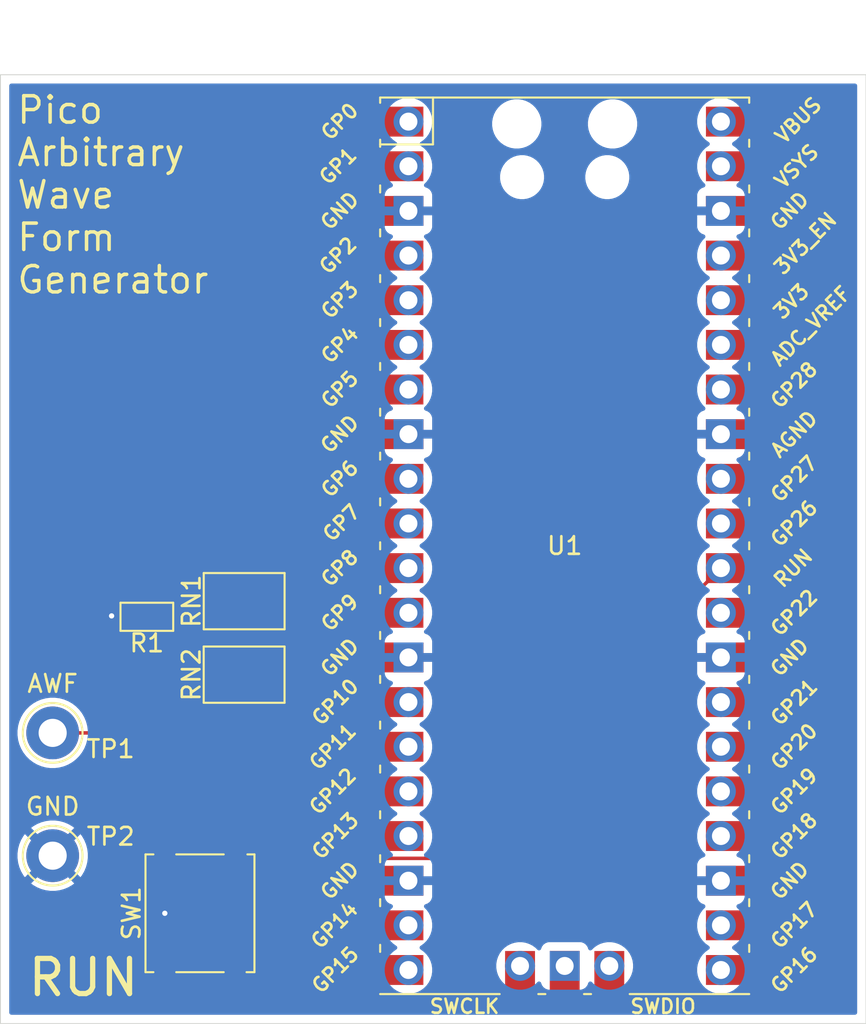
<source format=kicad_pcb>
(kicad_pcb (version 20241229) (generator "pcbnew") (generator_version "9.0")
  (layers (0 "F.Cu" signal) (2 "B.Cu" signal) (13 "F.Paste" user) (15 "B.Paste" user) (5 "F.SilkS" user "F.Silkscreen") (7 "B.SilkS" user "B.Silkscreen") (1 "F.Mask" user) (3 "B.Mask" user) (25 "Edge.Cuts" user))
  (net 0 "")
  (net 8 "GND")
  (net 16 "Net-(U1-RUN)")
  (net 29 "Net-(RN1A-R1.2)")
  (net 30 "Net-(RN1D-R4.2)")
  (net 31 "Net-(RN1C-R3.2)")
  (net 32 "Net-(RN1B-R2.2)")
  (net 33 "Net-(RN1G-R7.2)")
  (net 34 "Net-(RN1F-R6.2)")
  (net 35 "Net-(RN1H-R8.2)")
  (net 36 "Net-(RN1E-R5.2)")
  (net 37 "Net-(RN1A-R1.1)")
  (net 38 "Net-(RN1B-R2.1)")
  (net 41 "Net-(RN1D-R4.1)")
  (net 42 "Net-(RN1G-R7.1)")
  (net 43 "Net-(RN1H-R8.1)")
  (net 44 "Net-(RN1C-R3.1)")
  (net 45 "Net-(RN1E-R5.1)")
  (net 46 "Net-(RN1F-R6.1)")
  (footprint "TestPoint:TestPoint_Loop_D2.60mm_Drill1.6mm_Beaded" (layer "F.Cu") (at 80.1624 95.123)
    (property "Reference" "TP2" (at 3.302 -1.0922 0) (layer "F.SilkS"))
    (property "Value" "GND" (at 0 -2.8 0) (layer "F.SilkS"))
    (fp_circle (center 0 0) (end 1.7 0) (stroke (width 0.12)) (fill no) (layer "F.SilkS"))
    (pad "1" thru_hole circle (at 0 0) (size 3 3) (drill 1.6) (layers "*.Cu" "*.Mask") (net 8 "GND"))
  )
  (footprint "TestPoint:TestPoint_Loop_D2.60mm_Drill1.6mm_Beaded" (layer "F.Cu") (at 80.1624 88.138)
    (property "Reference" "TP1" (at 3.302 0.9144 0) (layer "F.SilkS"))
    (property "Value" "AWF" (at 0 -2.8 0) (layer "F.SilkS"))
    (fp_circle (center 0 0) (end 1.7 0) (stroke (width 0.12)) (fill no) (layer "F.SilkS"))
    (pad "1" thru_hole circle (at 0 0) (size 3 3) (drill 1.6) (layers "*.Cu" "*.Mask") (net 43 "Net-(RN1H-R8.1)"))
  )
  (footprint "PCM_Resistor_SMD_AKL:R_Array_Convex_8x0602" (layer "F.Cu") (at 91.0564 84.825 90)
    (property "Reference" "RN2" (at 0 -3 90) (layer "F.SilkS"))
    (property "Value" "1K x 8" (hide yes))
    (fp_line (start 1.6 -2.3) (end -1.6 -2.3) (stroke (width 0.12)) (layer "F.SilkS"))
    (fp_line (start -1.6 -2.3) (end -1.6 2.3) (stroke (width 0.12)) (layer "F.SilkS"))
    (fp_line (start 1.6 2.3) (end 1.6 -2.3) (stroke (width 0.12)) (layer "F.SilkS"))
    (fp_line (start -1.6 2.3) (end 1.6 2.3) (stroke (width 0.12)) (layer "F.SilkS"))
    (pad "1" smd roundrect (at -0.9 -1.75 90) (size 0.8 0.3) (layers "F.Cu" "F.Mask" "F.Paste") (net 38 "Net-(RN1B-R2.1)"))
    (pad "2" smd roundrect (at -0.9 -1.25 90) (size 0.8 0.3) (layers "F.Cu" "F.Mask" "F.Paste") (net 44 "Net-(RN1C-R3.1)"))
    (pad "3" smd roundrect (at -0.9 -0.75 90) (size 0.8 0.3) (layers "F.Cu" "F.Mask" "F.Paste") (net 41 "Net-(RN1D-R4.1)"))
    (pad "4" smd roundrect (at -0.9 -0.25 90) (size 0.8 0.3) (layers "F.Cu" "F.Mask" "F.Paste") (net 45 "Net-(RN1E-R5.1)"))
    (pad "5" smd roundrect (at -0.9 0.25 90) (size 0.8 0.3) (layers "F.Cu" "F.Mask" "F.Paste") (net 46 "Net-(RN1F-R6.1)"))
    (pad "6" smd roundrect (at -0.9 0.75 90) (size 0.8 0.3) (layers "F.Cu" "F.Mask" "F.Paste") (net 42 "Net-(RN1G-R7.1)"))
    (pad "7" smd roundrect (at -0.9 1.25 90) (size 0.8 0.3) (layers "F.Cu" "F.Mask" "F.Paste") (net 43 "Net-(RN1H-R8.1)"))
    (pad "8" smd roundrect (at -0.9 1.75 90) (size 0.8 0.3) (layers "F.Cu" "F.Mask" "F.Paste"))
    (pad "9" smd roundrect (at 0.9 1.75 90) (size 0.8 0.3) (layers "F.Cu" "F.Mask" "F.Paste"))
    (pad "10" smd roundrect (at 0.9 1.25 90) (size 0.8 0.3) (layers "F.Cu" "F.Mask" "F.Paste") (net 42 "Net-(RN1G-R7.1)"))
    (pad "11" smd roundrect (at 0.9 0.75 90) (size 0.8 0.3) (layers "F.Cu" "F.Mask" "F.Paste") (net 46 "Net-(RN1F-R6.1)"))
    (pad "12" smd roundrect (at 0.9 0.25 90) (size 0.8 0.3) (layers "F.Cu" "F.Mask" "F.Paste") (net 45 "Net-(RN1E-R5.1)"))
    (pad "13" smd roundrect (at 0.9 -0.25 90) (size 0.8 0.3) (layers "F.Cu" "F.Mask" "F.Paste") (net 41 "Net-(RN1D-R4.1)"))
    (pad "14" smd roundrect (at 0.9 -0.75 90) (size 0.8 0.3) (layers "F.Cu" "F.Mask" "F.Paste") (net 44 "Net-(RN1C-R3.1)"))
    (pad "15" smd roundrect (at 0.9 -1.25 90) (size 0.8 0.3) (layers "F.Cu" "F.Mask" "F.Paste") (net 38 "Net-(RN1B-R2.1)"))
    (pad "16" smd roundrect (at 0.9 -1.75 90) (size 0.8 0.3) (layers "F.Cu" "F.Mask" "F.Paste") (net 37 "Net-(RN1A-R1.1)"))
  )
  (footprint "PCM_Resistor_SMD_AKL:R_Array_Convex_8x0602" (layer "F.Cu") (at 91.059 80.645 90)
    (property "Reference" "RN1" (at 0 -3 90) (layer "F.SilkS"))
    (property "Value" "2K x 8" (hide yes))
    (fp_line (start 1.6 -2.3) (end -1.6 -2.3) (stroke (width 0.12)) (layer "F.SilkS"))
    (fp_line (start -1.6 -2.3) (end -1.6 2.3) (stroke (width 0.12)) (layer "F.SilkS"))
    (fp_line (start 1.6 2.3) (end 1.6 -2.3) (stroke (width 0.12)) (layer "F.SilkS"))
    (fp_line (start -1.6 2.3) (end 1.6 2.3) (stroke (width 0.12)) (layer "F.SilkS"))
    (pad "1" smd roundrect (at -0.9 -1.75 90) (size 0.8 0.3) (layers "F.Cu" "F.Mask" "F.Paste") (net 37 "Net-(RN1A-R1.1)"))
    (pad "2" smd roundrect (at -0.9 -1.25 90) (size 0.8 0.3) (layers "F.Cu" "F.Mask" "F.Paste") (net 38 "Net-(RN1B-R2.1)"))
    (pad "3" smd roundrect (at -0.9 -0.75 90) (size 0.8 0.3) (layers "F.Cu" "F.Mask" "F.Paste") (net 44 "Net-(RN1C-R3.1)"))
    (pad "4" smd roundrect (at -0.9 -0.25 90) (size 0.8 0.3) (layers "F.Cu" "F.Mask" "F.Paste") (net 41 "Net-(RN1D-R4.1)"))
    (pad "5" smd roundrect (at -0.9 0.25 90) (size 0.8 0.3) (layers "F.Cu" "F.Mask" "F.Paste") (net 45 "Net-(RN1E-R5.1)"))
    (pad "6" smd roundrect (at -0.9 0.75 90) (size 0.8 0.3) (layers "F.Cu" "F.Mask" "F.Paste") (net 46 "Net-(RN1F-R6.1)"))
    (pad "7" smd roundrect (at -0.9 1.25 90) (size 0.8 0.3) (layers "F.Cu" "F.Mask" "F.Paste") (net 42 "Net-(RN1G-R7.1)"))
    (pad "8" smd roundrect (at -0.9 1.75 90) (size 0.8 0.3) (layers "F.Cu" "F.Mask" "F.Paste") (net 43 "Net-(RN1H-R8.1)"))
    (pad "9" smd roundrect (at 0.9 1.75 90) (size 0.8 0.3) (layers "F.Cu" "F.Mask" "F.Paste") (net 35 "Net-(RN1H-R8.2)"))
    (pad "10" smd roundrect (at 0.9 1.25 90) (size 0.8 0.3) (layers "F.Cu" "F.Mask" "F.Paste") (net 33 "Net-(RN1G-R7.2)"))
    (pad "11" smd roundrect (at 0.9 0.75 90) (size 0.8 0.3) (layers "F.Cu" "F.Mask" "F.Paste") (net 34 "Net-(RN1F-R6.2)"))
    (pad "12" smd roundrect (at 0.9 0.25 90) (size 0.8 0.3) (layers "F.Cu" "F.Mask" "F.Paste") (net 36 "Net-(RN1E-R5.2)"))
    (pad "13" smd roundrect (at 0.9 -0.25 90) (size 0.8 0.3) (layers "F.Cu" "F.Mask" "F.Paste") (net 30 "Net-(RN1D-R4.2)"))
    (pad "14" smd roundrect (at 0.9 -0.75 90) (size 0.8 0.3) (layers "F.Cu" "F.Mask" "F.Paste") (net 31 "Net-(RN1C-R3.2)"))
    (pad "15" smd roundrect (at 0.9 -1.25 90) (size 0.8 0.3) (layers "F.Cu" "F.Mask" "F.Paste") (net 32 "Net-(RN1B-R2.2)"))
    (pad "16" smd roundrect (at 0.9 -1.75 90) (size 0.8 0.3) (layers "F.Cu" "F.Mask" "F.Paste") (net 29 "Net-(RN1A-R1.2)"))
  )
  (footprint "PCM_Resistor_SMD_AKL:R_0603_1608Metric" (layer "F.Cu") (at 85.5218 81.534 180)
    (property "Reference" "R1" (at 0 -1.5 0) (layer "F.SilkS"))
    (property "Value" "2K" (hide yes))
    (fp_line (start 1.5 0.8) (end 1.5 -0.8) (stroke (width 0.12)) (layer "F.SilkS"))
    (fp_line (start 1.5 -0.8) (end -1.5 -0.8) (stroke (width 0.12)) (layer "F.SilkS"))
    (fp_line (start -1.5 0.8) (end 1.5 0.8) (stroke (width 0.12)) (layer "F.SilkS"))
    (fp_line (start -1.5 -0.8) (end -1.5 0.8) (stroke (width 0.12)) (layer "F.SilkS"))
    (pad "1" smd roundrect (at -0.825 0 180) (size 0.8 0.95) (layers "F.Cu" "F.Mask" "F.Paste") (net 37 "Net-(RN1A-R1.1)"))
    (pad "2" smd roundrect (at 0.825 0 180) (size 0.8 0.95) (layers "F.Cu" "F.Mask" "F.Paste") (net 8 "GND"))
  )
  (footprint "Button_Switch_SMD:SW_SPST_EVQP0" (layer "F.Cu") (at 88.5444 98.3996 90)
    (property "Reference" "SW1" (at 0 -3.9 90) (layer "F.SilkS"))
    (property "Value" "RUN" (at -3.6576 -6.6294 180) (layer "F.SilkS") (effects (font (size 2 2) (thickness 0.3))))
    (fp_line (start 3.35 -3.1) (end 3.35 -2.65) (stroke (width 0.12)) (layer "F.SilkS"))
    (fp_line (start -3.35 -3.1) (end 3.35 -3.1) (stroke (width 0.12)) (layer "F.SilkS"))
    (fp_line (start -3.35 -2.65) (end -3.35 -3.1) (stroke (width 0.12)) (layer "F.SilkS"))
    (fp_line (start 3.35 -1.35) (end 3.35 1.35) (stroke (width 0.12)) (layer "F.SilkS"))
    (fp_line (start -3.35 1.35) (end -3.35 -1.35) (stroke (width 0.12)) (layer "F.SilkS"))
    (fp_line (start -3.35 2.65) (end -3.35 3.1) (stroke (width 0.12)) (layer "F.SilkS"))
    (fp_line (start 3.35 3.1) (end 3.35 2.7) (stroke (width 0.12)) (layer "F.SilkS"))
    (fp_line (start -3.35 3.1) (end 3.35 3.1) (stroke (width 0.12)) (layer "F.SilkS"))
    (pad "1" smd rect (at -2.88 -2 90) (size 2.75 1) (layers "F.Cu" "F.Mask" "F.Paste") (net 8 "GND"))
    (pad "1" smd rect (at 2.88 -2 90) (size 2.75 1) (layers "F.Cu" "F.Mask" "F.Paste") (net 8 "GND"))
    (pad "2" smd rect (at -2.88 2 90) (size 2.75 1) (layers "F.Cu" "F.Mask" "F.Paste") (net 16 "Net-(U1-RUN)"))
    (pad "2" smd rect (at 2.88 2 90) (size 2.75 1) (layers "F.Cu" "F.Mask" "F.Paste") (net 16 "Net-(U1-RUN)"))
  )
  (footprint "Library:RPi_Pico_SMD_TH" (layer "F.Cu") (at 109.2962 77.4954)
    (property "Reference" "U1" (at 0 0 0) (layer "F.SilkS"))
    (property "Value" "~")
    (fp_line (start -10.5 -25.5) (end -10.5 -25.2) (stroke (width 0.12)) (layer "F.SilkS"))
    (fp_line (start -10.5 -25.5) (end 10.5 -25.5) (stroke (width 0.12)) (layer "F.SilkS"))
    (fp_line (start -10.5 -23.1) (end -10.5 -22.7) (stroke (width 0.12)) (layer "F.SilkS"))
    (fp_line (start -10.5 -22.833) (end -7.493 -22.833) (stroke (width 0.12)) (layer "F.SilkS"))
    (fp_line (start -10.5 -20.5) (end -10.5 -20.1) (stroke (width 0.12)) (layer "F.SilkS"))
    (fp_line (start -10.5 -18) (end -10.5 -17.6) (stroke (width 0.12)) (layer "F.SilkS"))
    (fp_line (start -10.5 -15.4) (end -10.5 -15) (stroke (width 0.12)) (layer "F.SilkS"))
    (fp_line (start -10.5 -12.9) (end -10.5 -12.5) (stroke (width 0.12)) (layer "F.SilkS"))
    (fp_line (start -10.5 -10.4) (end -10.5 -10) (stroke (width 0.12)) (layer "F.SilkS"))
    (fp_line (start -10.5 -7.8) (end -10.5 -7.4) (stroke (width 0.12)) (layer "F.SilkS"))
    (fp_line (start -10.5 -5.3) (end -10.5 -4.9) (stroke (width 0.12)) (layer "F.SilkS"))
    (fp_line (start -10.5 -2.7) (end -10.5 -2.3) (stroke (width 0.12)) (layer "F.SilkS"))
    (fp_line (start -10.5 -0.2) (end -10.5 0.2) (stroke (width 0.12)) (layer "F.SilkS"))
    (fp_line (start -10.5 2.3) (end -10.5 2.7) (stroke (width 0.12)) (layer "F.SilkS"))
    (fp_line (start -10.5 4.9) (end -10.5 5.3) (stroke (width 0.12)) (layer "F.SilkS"))
    (fp_line (start -10.5 7.4) (end -10.5 7.8) (stroke (width 0.12)) (layer "F.SilkS"))
    (fp_line (start -10.5 10) (end -10.5 10.4) (stroke (width 0.12)) (layer "F.SilkS"))
    (fp_line (start -10.5 12.5) (end -10.5 12.9) (stroke (width 0.12)) (layer "F.SilkS"))
    (fp_line (start -10.5 15.1) (end -10.5 15.5) (stroke (width 0.12)) (layer "F.SilkS"))
    (fp_line (start -10.5 17.6) (end -10.5 18) (stroke (width 0.12)) (layer "F.SilkS"))
    (fp_line (start -10.5 20.1) (end -10.5 20.5) (stroke (width 0.12)) (layer "F.SilkS"))
    (fp_line (start -10.5 22.7) (end -10.5 23.1) (stroke (width 0.12)) (layer "F.SilkS"))
    (fp_line (start -7.493 -22.833) (end -7.493 -25.5) (stroke (width 0.12)) (layer "F.SilkS"))
    (fp_line (start -3.7 25.5) (end -10.5 25.5) (stroke (width 0.12)) (layer "F.SilkS"))
    (fp_line (start -1.5 25.5) (end -1.1 25.5) (stroke (width 0.12)) (layer "F.SilkS"))
    (fp_line (start 1.1 25.5) (end 1.5 25.5) (stroke (width 0.12)) (layer "F.SilkS"))
    (fp_line (start 10.5 -25.5) (end 10.5 -25.2) (stroke (width 0.12)) (layer "F.SilkS"))
    (fp_line (start 10.5 -23.1) (end 10.5 -22.7) (stroke (width 0.12)) (layer "F.SilkS"))
    (fp_line (start 10.5 -20.5) (end 10.5 -20.1) (stroke (width 0.12)) (layer "F.SilkS"))
    (fp_line (start 10.5 -18) (end 10.5 -17.6) (stroke (width 0.12)) (layer "F.SilkS"))
    (fp_line (start 10.5 -15.4) (end 10.5 -15) (stroke (width 0.12)) (layer "F.SilkS"))
    (fp_line (start 10.5 -12.9) (end 10.5 -12.5) (stroke (width 0.12)) (layer "F.SilkS"))
    (fp_line (start 10.5 -10.4) (end 10.5 -10) (stroke (width 0.12)) (layer "F.SilkS"))
    (fp_line (start 10.5 -7.8) (end 10.5 -7.4) (stroke (width 0.12)) (layer "F.SilkS"))
    (fp_line (start 10.5 -5.3) (end 10.5 -4.9) (stroke (width 0.12)) (layer "F.SilkS"))
    (fp_line (start 10.5 -2.7) (end 10.5 -2.3) (stroke (width 0.12)) (layer "F.SilkS"))
    (fp_line (start 10.5 -0.2) (end 10.5 0.2) (stroke (width 0.12)) (layer "F.SilkS"))
    (fp_line (start 10.5 2.3) (end 10.5 2.7) (stroke (width 0.12)) (layer "F.SilkS"))
    (fp_line (start 10.5 4.9) (end 10.5 5.3) (stroke (width 0.12)) (layer "F.SilkS"))
    (fp_line (start 10.5 7.4) (end 10.5 7.8) (stroke (width 0.12)) (layer "F.SilkS"))
    (fp_line (start 10.5 10) (end 10.5 10.4) (stroke (width 0.12)) (layer "F.SilkS"))
    (fp_line (start 10.5 12.5) (end 10.5 12.9) (stroke (width 0.12)) (layer "F.SilkS"))
    (fp_line (start 10.5 15.1) (end 10.5 15.5) (stroke (width 0.12)) (layer "F.SilkS"))
    (fp_line (start 10.5 17.6) (end 10.5 18) (stroke (width 0.12)) (layer "F.SilkS"))
    (fp_line (start 10.5 20.1) (end 10.5 20.5) (stroke (width 0.12)) (layer "F.SilkS"))
    (fp_line (start 10.5 22.7) (end 10.5 23.1) (stroke (width 0.12)) (layer "F.SilkS"))
    (fp_line (start 10.5 25.5) (end 3.7 25.5) (stroke (width 0.12)) (layer "F.SilkS"))
    (fp_text user "GP15" (at -13.054 24.13 45) (layer "F.SilkS") (effects (font (size 0.8 0.8))))
    (fp_text user "GND" (at 12.8 6.35 45) (layer "F.SilkS") (effects (font (size 0.8 0.8))))
    (fp_text user "GP27" (at 13.054 -3.8 45) (layer "F.SilkS") (effects (font (size 0.8 0.8))))
    (fp_text user "AGND" (at 13.054 -6.35 45) (layer "F.SilkS") (effects (font (size 0.8 0.8))))
    (fp_text user "GP8" (at -12.8 1.27 45) (layer "F.SilkS") (effects (font (size 0.8 0.8))))
    (fp_text user "3V3_EN" (at 13.7 -17.2 45) (layer "F.SilkS") (effects (font (size 0.8 0.8))))
    (fp_text user "GP11" (at -13.2 11.43 45) (layer "F.SilkS") (effects (font (size 0.8 0.8))))
    (fp_text user "GND" (at -12.8 -6.35 45) (layer "F.SilkS") (effects (font (size 0.8 0.8))))
    (fp_text user "GP7" (at -12.7 -1.3 45) (layer "F.SilkS") (effects (font (size 0.8 0.8))))
    (fp_text user "GP14" (at -13.1 21.59 45) (layer "F.SilkS") (effects (font (size 0.8 0.8))))
    (fp_text user "GP28" (at 13.054 -9.144 45) (layer "F.SilkS") (effects (font (size 0.8 0.8))))
    (fp_text user "GP13" (at -13.054 16.51 45) (layer "F.SilkS") (effects (font (size 0.8 0.8))))
    (fp_text user "GP3" (at -12.8 -13.97 45) (layer "F.SilkS") (effects (font (size 0.8 0.8))))
    (fp_text user "GP17" (at 13.054 21.59 45) (layer "F.SilkS") (effects (font (size 0.8 0.8))))
    (fp_text user "GP6" (at -12.8 -3.81 45) (layer "F.SilkS") (effects (font (size 0.8 0.8))))
    (fp_text user "GP20" (at 13.054 11.43 45) (layer "F.SilkS") (effects (font (size 0.8 0.8))))
    (fp_text user "GND" (at 12.8 19.05 45) (layer "F.SilkS") (effects (font (size 0.8 0.8))))
    (fp_text user "SWCLK" (at -5.7 26.2 0) (layer "F.SilkS") (effects (font (size 0.8 0.8))))
    (fp_text user "ADC_VREF" (at 14 -12.5 45) (layer "F.SilkS") (effects (font (size 0.8 0.8))))
    (fp_text user "GND" (at 12.8 -19.05 45) (layer "F.SilkS") (effects (font (size 0.8 0.8))))
    (fp_text user "GP2" (at -12.9 -16.51 45) (layer "F.SilkS") (effects (font (size 0.8 0.8))))
    (fp_text user "GP1" (at -12.9 -21.6 45) (layer "F.SilkS") (effects (font (size 0.8 0.8))))
    (fp_text user "GND" (at -12.8 6.35 45) (layer "F.SilkS") (effects (font (size 0.8 0.8))))
    (fp_text user "GP26" (at 13.054 -1.27 45) (layer "F.SilkS") (effects (font (size 0.8 0.8))))
    (fp_text user "SWDIO" (at 5.6 26.2 0) (layer "F.SilkS") (effects (font (size 0.8 0.8))))
    (fp_text user "GP5" (at -12.8 -8.89 45) (layer "F.SilkS") (effects (font (size 0.8 0.8))))
    (fp_text user "GP12" (at -13.2 13.97 45) (layer "F.SilkS") (effects (font (size 0.8 0.8))))
    (fp_text user "RUN" (at 13 1.27 45) (layer "F.SilkS") (effects (font (size 0.8 0.8))))
    (fp_text user "VBUS" (at 13.3 -24.2 45) (layer "F.SilkS") (effects (font (size 0.8 0.8))))
    (fp_text user "GND" (at -12.8 19.05 45) (layer "F.SilkS") (effects (font (size 0.8 0.8))))
    (fp_text user "GP0" (at -12.8 -24.13 45) (layer "F.SilkS") (effects (font (size 0.8 0.8))))
    (fp_text user "GP4" (at -12.8 -11.43 45) (layer "F.SilkS") (effects (font (size 0.8 0.8))))
    (fp_text user "GP16" (at 13.054 24.13 45) (layer "F.SilkS") (effects (font (size 0.8 0.8))))
    (fp_text user "GP21" (at 13.054 8.9 45) (layer "F.SilkS") (effects (font (size 0.8 0.8))))
    (fp_text user "GP22" (at 13.054 3.81 45) (layer "F.SilkS") (effects (font (size 0.8 0.8))))
    (fp_text user "GND" (at -12.8 -19.05 45) (layer "F.SilkS") (effects (font (size 0.8 0.8))))
    (fp_text user "GP10" (at -13.054 8.89 45) (layer "F.SilkS") (effects (font (size 0.8 0.8))))
    (fp_text user "GP18" (at 13.054 16.51 45) (layer "F.SilkS") (effects (font (size 0.8 0.8))))
    (fp_text user "GP19" (at 13.054 13.97 45) (layer "F.SilkS") (effects (font (size 0.8 0.8))))
    (fp_text user "GP9" (at -12.8 3.81 45) (layer "F.SilkS") (effects (font (size 0.8 0.8))))
    (fp_text user "3V3" (at 12.9 -13.9 45) (layer "F.SilkS") (effects (font (size 0.8 0.8))))
    (fp_text user "VSYS" (at 13.2 -21.59 45) (layer "F.SilkS") (effects (font (size 0.8 0.8))))
    (pad "" np_thru_hole oval (at -2.725 -24) (size 1.8 1.8) (drill 1.8) (layers "*.Cu" "*.Mask"))
    (pad "" np_thru_hole oval (at -2.425 -20.97) (size 1.5 1.5) (drill 1.5) (layers "*.Cu" "*.Mask"))
    (pad "" np_thru_hole oval (at 2.425 -20.97) (size 1.5 1.5) (drill 1.5) (layers "*.Cu" "*.Mask"))
    (pad "" np_thru_hole oval (at 2.725 -24) (size 1.8 1.8) (drill 1.8) (layers "*.Cu" "*.Mask"))
    (pad "1" thru_hole oval (at -8.89 -24.13) (size 1.7 1.7) (drill 1.02) (layers "*.Cu" "*.Mask") (net 29 "Net-(RN1A-R1.2)"))
    (pad "1" smd rect (at -8.89 -24.13) (size 3.5 1.7) (drill (offset -0.9 0)) (layers "F.Cu" "F.Mask") (net 29 "Net-(RN1A-R1.2)"))
    (pad "2" thru_hole oval (at -8.89 -21.59) (size 1.7 1.7) (drill 1.02) (layers "*.Cu" "*.Mask") (net 32 "Net-(RN1B-R2.2)"))
    (pad "2" smd rect (at -8.89 -21.59) (size 3.5 1.7) (drill (offset -0.9 0)) (layers "F.Cu" "F.Mask") (net 32 "Net-(RN1B-R2.2)"))
    (pad "3" thru_hole rect (at -8.89 -19.05) (size 1.7 1.7) (drill 1.02) (layers "*.Cu" "*.Mask") (net 8 "GND"))
    (pad "3" smd rect (at -8.89 -19.05) (size 3.5 1.7) (drill (offset -0.9 0)) (layers "F.Cu" "F.Mask") (net 8 "GND"))
    (pad "4" thru_hole oval (at -8.89 -16.51) (size 1.7 1.7) (drill 1.02) (layers "*.Cu" "*.Mask") (net 31 "Net-(RN1C-R3.2)"))
    (pad "4" smd rect (at -8.89 -16.51) (size 3.5 1.7) (drill (offset -0.9 0)) (layers "F.Cu" "F.Mask") (net 31 "Net-(RN1C-R3.2)"))
    (pad "5" thru_hole oval (at -8.89 -13.97) (size 1.7 1.7) (drill 1.02) (layers "*.Cu" "*.Mask") (net 30 "Net-(RN1D-R4.2)"))
    (pad "5" smd rect (at -8.89 -13.97) (size 3.5 1.7) (drill (offset -0.9 0)) (layers "F.Cu" "F.Mask") (net 30 "Net-(RN1D-R4.2)"))
    (pad "6" thru_hole oval (at -8.89 -11.43) (size 1.7 1.7) (drill 1.02) (layers "*.Cu" "*.Mask") (net 36 "Net-(RN1E-R5.2)"))
    (pad "6" smd rect (at -8.89 -11.43) (size 3.5 1.7) (drill (offset -0.9 0)) (layers "F.Cu" "F.Mask") (net 36 "Net-(RN1E-R5.2)"))
    (pad "7" thru_hole oval (at -8.89 -8.89) (size 1.7 1.7) (drill 1.02) (layers "*.Cu" "*.Mask") (net 34 "Net-(RN1F-R6.2)"))
    (pad "7" smd rect (at -8.89 -8.89) (size 3.5 1.7) (drill (offset -0.9 0)) (layers "F.Cu" "F.Mask") (net 34 "Net-(RN1F-R6.2)"))
    (pad "8" thru_hole rect (at -8.89 -6.35) (size 1.7 1.7) (drill 1.02) (layers "*.Cu" "*.Mask") (net 8 "GND"))
    (pad "8" smd rect (at -8.89 -6.35) (size 3.5 1.7) (drill (offset -0.9 0)) (layers "F.Cu" "F.Mask") (net 8 "GND"))
    (pad "9" thru_hole oval (at -8.89 -3.81) (size 1.7 1.7) (drill 1.02) (layers "*.Cu" "*.Mask") (net 33 "Net-(RN1G-R7.2)"))
    (pad "9" smd rect (at -8.89 -3.81) (size 3.5 1.7) (drill (offset -0.9 0)) (layers "F.Cu" "F.Mask") (net 33 "Net-(RN1G-R7.2)"))
    (pad "10" thru_hole oval (at -8.89 -1.27) (size 1.7 1.7) (drill 1.02) (layers "*.Cu" "*.Mask") (net 35 "Net-(RN1H-R8.2)"))
    (pad "10" smd rect (at -8.89 -1.27) (size 3.5 1.7) (drill (offset -0.9 0)) (layers "F.Cu" "F.Mask") (net 35 "Net-(RN1H-R8.2)"))
    (pad "11" thru_hole oval (at -8.89 1.27) (size 1.7 1.7) (drill 1.02) (layers "*.Cu" "*.Mask"))
    (pad "11" smd rect (at -8.89 1.27) (size 3.5 1.7) (drill (offset -0.9 0)) (layers "F.Cu" "F.Mask"))
    (pad "12" thru_hole oval (at -8.89 3.81) (size 1.7 1.7) (drill 1.02) (layers "*.Cu" "*.Mask"))
    (pad "12" smd rect (at -8.89 3.81) (size 3.5 1.7) (drill (offset -0.9 0)) (layers "F.Cu" "F.Mask"))
    (pad "13" thru_hole rect (at -8.89 6.35) (size 1.7 1.7) (drill 1.02) (layers "*.Cu" "*.Mask") (net 8 "GND"))
    (pad "13" smd rect (at -8.89 6.35) (size 3.5 1.7) (drill (offset -0.9 0)) (layers "F.Cu" "F.Mask") (net 8 "GND"))
    (pad "14" thru_hole oval (at -8.89 8.89) (size 1.7 1.7) (drill 1.02) (layers "*.Cu" "*.Mask"))
    (pad "14" smd rect (at -8.89 8.89) (size 3.5 1.7) (drill (offset -0.9 0)) (layers "F.Cu" "F.Mask"))
    (pad "15" thru_hole oval (at -8.89 11.43) (size 1.7 1.7) (drill 1.02) (layers "*.Cu" "*.Mask"))
    (pad "15" smd rect (at -8.89 11.43) (size 3.5 1.7) (drill (offset -0.9 0)) (layers "F.Cu" "F.Mask"))
    (pad "16" thru_hole oval (at -8.89 13.97) (size 1.7 1.7) (drill 1.02) (layers "*.Cu" "*.Mask"))
    (pad "16" smd rect (at -8.89 13.97) (size 3.5 1.7) (drill (offset -0.9 0)) (layers "F.Cu" "F.Mask"))
    (pad "17" thru_hole oval (at -8.89 16.51) (size 1.7 1.7) (drill 1.02) (layers "*.Cu" "*.Mask"))
    (pad "17" smd rect (at -8.89 16.51) (size 3.5 1.7) (drill (offset -0.9 0)) (layers "F.Cu" "F.Mask"))
    (pad "18" thru_hole rect (at -8.89 19.05) (size 1.7 1.7) (drill 1.02) (layers "*.Cu" "*.Mask") (net 8 "GND"))
    (pad "18" smd rect (at -8.89 19.05) (size 3.5 1.7) (drill (offset -0.9 0)) (layers "F.Cu" "F.Mask") (net 8 "GND"))
    (pad "19" thru_hole oval (at -8.89 21.59) (size 1.7 1.7) (drill 1.02) (layers "*.Cu" "*.Mask"))
    (pad "19" smd rect (at -8.89 21.59) (size 3.5 1.7) (drill (offset -0.9 0)) (layers "F.Cu" "F.Mask"))
    (pad "20" thru_hole oval (at -8.89 24.13) (size 1.7 1.7) (drill 1.02) (layers "*.Cu" "*.Mask"))
    (pad "20" smd rect (at -8.89 24.13) (size 3.5 1.7) (drill (offset -0.9 0)) (layers "F.Cu" "F.Mask"))
    (pad "21" thru_hole oval (at 8.89 24.13) (size 1.7 1.7) (drill 1.02) (layers "*.Cu" "*.Mask"))
    (pad "21" smd rect (at 8.89 24.13) (size 3.5 1.7) (drill (offset 0.9 0)) (layers "F.Cu" "F.Mask"))
    (pad "22" thru_hole oval (at 8.89 21.59) (size 1.7 1.7) (drill 1.02) (layers "*.Cu" "*.Mask"))
    (pad "22" smd rect (at 8.89 21.59) (size 3.5 1.7) (drill (offset 0.9 0)) (layers "F.Cu" "F.Mask"))
    (pad "23" thru_hole rect (at 8.89 19.05) (size 1.7 1.7) (drill 1.02) (layers "*.Cu" "*.Mask") (net 8 "GND"))
    (pad "23" smd rect (at 8.89 19.05) (size 3.5 1.7) (drill (offset 0.9 0)) (layers "F.Cu" "F.Mask") (net 8 "GND"))
    (pad "24" thru_hole oval (at 8.89 16.51) (size 1.7 1.7) (drill 1.02) (layers "*.Cu" "*.Mask"))
    (pad "24" smd rect (at 8.89 16.51) (size 3.5 1.7) (drill (offset 0.9 0)) (layers "F.Cu" "F.Mask"))
    (pad "25" thru_hole oval (at 8.89 13.97) (size 1.7 1.7) (drill 1.02) (layers "*.Cu" "*.Mask"))
    (pad "25" smd rect (at 8.89 13.97) (size 3.5 1.7) (drill (offset 0.9 0)) (layers "F.Cu" "F.Mask"))
    (pad "26" thru_hole oval (at 8.89 11.43) (size 1.7 1.7) (drill 1.02) (layers "*.Cu" "*.Mask"))
    (pad "26" smd rect (at 8.89 11.43) (size 3.5 1.7) (drill (offset 0.9 0)) (layers "F.Cu" "F.Mask"))
    (pad "27" thru_hole oval (at 8.89 8.89) (size 1.7 1.7) (drill 1.02) (layers "*.Cu" "*.Mask"))
    (pad "27" smd rect (at 8.89 8.89) (size 3.5 1.7) (drill (offset 0.9 0)) (layers "F.Cu" "F.Mask"))
    (pad "28" thru_hole rect (at 8.89 6.35) (size 1.7 1.7) (drill 1.02) (layers "*.Cu" "*.Mask") (net 8 "GND"))
    (pad "28" smd rect (at 8.89 6.35) (size 3.5 1.7) (drill (offset 0.9 0)) (layers "F.Cu" "F.Mask") (net 8 "GND"))
    (pad "29" thru_hole oval (at 8.89 3.81) (size 1.7 1.7) (drill 1.02) (layers "*.Cu" "*.Mask"))
    (pad "29" smd rect (at 8.89 3.81) (size 3.5 1.7) (drill (offset 0.9 0)) (layers "F.Cu" "F.Mask"))
    (pad "30" thru_hole oval (at 8.89 1.27) (size 1.7 1.7) (drill 1.02) (layers "*.Cu" "*.Mask") (net 16 "Net-(U1-RUN)"))
    (pad "30" smd rect (at 8.89 1.27) (size 3.5 1.7) (drill (offset 0.9 0)) (layers "F.Cu" "F.Mask") (net 16 "Net-(U1-RUN)"))
    (pad "31" thru_hole oval (at 8.89 -1.27) (size 1.7 1.7) (drill 1.02) (layers "*.Cu" "*.Mask"))
    (pad "31" smd rect (at 8.89 -1.27) (size 3.5 1.7) (drill (offset 0.9 0)) (layers "F.Cu" "F.Mask"))
    (pad "32" thru_hole oval (at 8.89 -3.81) (size 1.7 1.7) (drill 1.02) (layers "*.Cu" "*.Mask"))
    (pad "32" smd rect (at 8.89 -3.81) (size 3.5 1.7) (drill (offset 0.9 0)) (layers "F.Cu" "F.Mask"))
    (pad "33" thru_hole rect (at 8.89 -6.35) (size 1.7 1.7) (drill 1.02) (layers "*.Cu" "*.Mask") (net 8 "GND"))
    (pad "33" smd rect (at 8.89 -6.35) (size 3.5 1.7) (drill (offset 0.9 0)) (layers "F.Cu" "F.Mask") (net 8 "GND"))
    (pad "34" thru_hole oval (at 8.89 -8.89) (size 1.7 1.7) (drill 1.02) (layers "*.Cu" "*.Mask"))
    (pad "34" smd rect (at 8.89 -8.89) (size 3.5 1.7) (drill (offset 0.9 0)) (layers "F.Cu" "F.Mask"))
    (pad "35" thru_hole oval (at 8.89 -11.43) (size 1.7 1.7) (drill 1.02) (layers "*.Cu" "*.Mask"))
    (pad "35" smd rect (at 8.89 -11.43) (size 3.5 1.7) (drill (offset 0.9 0)) (layers "F.Cu" "F.Mask"))
    (pad "36" thru_hole oval (at 8.89 -13.97) (size 1.7 1.7) (drill 1.02) (layers "*.Cu" "*.Mask"))
    (pad "36" smd rect (at 8.89 -13.97) (size 3.5 1.7) (drill (offset 0.9 0)) (layers "F.Cu" "F.Mask"))
    (pad "37" thru_hole oval (at 8.89 -16.51) (size 1.7 1.7) (drill 1.02) (layers "*.Cu" "*.Mask"))
    (pad "37" smd rect (at 8.89 -16.51) (size 3.5 1.7) (drill (offset 0.9 0)) (layers "F.Cu" "F.Mask"))
    (pad "38" thru_hole rect (at 8.89 -19.05) (size 1.7 1.7) (drill 1.02) (layers "*.Cu" "*.Mask") (net 8 "GND"))
    (pad "38" smd rect (at 8.89 -19.05) (size 3.5 1.7) (drill (offset 0.9 0)) (layers "F.Cu" "F.Mask") (net 8 "GND"))
    (pad "39" thru_hole oval (at 8.89 -21.59) (size 1.7 1.7) (drill 1.02) (layers "*.Cu" "*.Mask"))
    (pad "39" smd rect (at 8.89 -21.59) (size 3.5 1.7) (drill (offset 0.9 0)) (layers "F.Cu" "F.Mask"))
    (pad "40" thru_hole oval (at 8.89 -24.13) (size 1.7 1.7) (drill 1.02) (layers "*.Cu" "*.Mask"))
    (pad "40" smd rect (at 8.89 -24.13) (size 3.5 1.7) (drill (offset 0.9 0)) (layers "F.Cu" "F.Mask"))
    (pad "41" thru_hole oval (at -2.54 23.9) (size 1.7 1.7) (drill 1.02) (layers "*.Cu" "*.Mask"))
    (pad "41" smd rect (at -2.54 23.9 90) (size 3.5 1.7) (drill (offset -0.9 0)) (layers "F.Cu" "F.Mask"))
    (pad "42" thru_hole rect (at 0 23.9) (size 1.7 1.7) (drill 1.02) (layers "*.Cu" "*.Mask"))
    (pad "42" smd rect (at 0 23.9 90) (size 3.5 1.7) (drill (offset -0.9 0)) (layers "F.Cu" "F.Mask"))
    (pad "43" thru_hole oval (at 2.54 23.9) (size 1.7 1.7) (drill 1.02) (layers "*.Cu" "*.Mask"))
    (pad "43" smd rect (at 2.54 23.9 90) (size 3.5 1.7) (drill (offset -0.9 0)) (layers "F.Cu" "F.Mask"))
  )
  (gr_rect (start 77.1906 50.6984) (end 126.4412 104.6734) (stroke (width 0.05)) (fill no) (layer "Edge.Cuts"))
  (gr_text "Pico\nArbitrary\nWave\nForm\nGenerator" (at 78.0288 63.246 0) (layer "F.SilkS") (effects (font (size 1.5 1.5) (thickness 0.2)) (justify left bottom)))
  (segment (start 84.6968 81.534) (end 83.566 81.534) (width 0.2) (layer "F.Cu") (net 8))
  (segment (start 86.5444 95.5196) (end 86.5444 98.3996) (width 0.2) (layer "F.Cu") (net 8))
  (segment (start 83.566 81.534) (end 83.5152 81.4832) (width 0.2) (layer "F.Cu") (net 8))
  (segment (start 86.5444 98.3996) (end 86.5444 101.2796) (width 0.2) (layer "F.Cu") (net 8))
  (via (at 86.5444 98.3996) (size 0.6) (drill 0.3) (layers "F.Cu" "B.Cu") (net 8))
  (via (at 83.5152 81.4832) (size 0.6) (drill 0.3) (layers "F.Cu" "B.Cu") (net 8))
  (segment (start 118.1862 78.7654) (end 101.6762 95.2754) (width 0.2) (layer "F.Cu") (net 16))
  (segment (start 90.5444 95.5196) (end 90.5444 101.2796) (width 0.2) (layer "F.Cu") (net 16))
  (segment (start 90.7886 95.2754) (end 90.5698 95.4942) (width 0.2) (layer "F.Cu") (net 16))
  (segment (start 101.6762 95.2754) (end 90.7886 95.2754) (width 0.2) (layer "F.Cu") (net 16))
  (segment (start 89.309 62.9006) (end 89.309 79.745) (width 0.2) (layer "F.Cu") (net 29))
  (segment (start 100.4062 53.3654) (end 98.8442 53.3654) (width 0.2) (layer "F.Cu") (net 29))
  (segment (start 98.8442 53.3654) (end 89.309 62.9006) (width 0.2) (layer "F.Cu") (net 29))
  (segment (start 98.8442 63.5254) (end 90.809 71.5606) (width 0.2) (layer "F.Cu") (net 30))
  (segment (start 90.809 71.5606) (end 90.809 79.745) (width 0.2) (layer "F.Cu") (net 30))
  (segment (start 100.4062 63.5254) (end 98.8442 63.5254) (width 0.2) (layer "F.Cu") (net 30))
  (segment (start 100.4062 60.9854) (end 98.8442 60.9854) (width 0.2) (layer "F.Cu") (net 31))
  (segment (start 98.8442 60.9854) (end 90.309 69.5206) (width 0.2) (layer "F.Cu") (net 31))
  (segment (start 90.309 69.5206) (end 90.309 79.745) (width 0.2) (layer "F.Cu") (net 31))
  (segment (start 98.7552 55.9054) (end 89.809 64.8516) (width 0.2) (layer "F.Cu") (net 32))
  (segment (start 100.4062 55.9054) (end 98.7552 55.9054) (width 0.2) (layer "F.Cu") (net 32))
  (segment (start 89.809 64.8516) (end 89.809 79.745) (width 0.2) (layer "F.Cu") (net 32))
  (segment (start 100.4062 73.6854) (end 96.774 73.6854) (width 0.2) (layer "F.Cu") (net 33))
  (segment (start 92.309 78.1504) (end 92.309 79.745) (width 0.2) (layer "F.Cu") (net 33))
  (segment (start 96.774 73.6854) (end 92.309 78.1504) (width 0.2) (layer "F.Cu") (net 33))
  (segment (start 100.4062 68.6054) (end 98.8442 68.6054) (width 0.2) (layer "F.Cu") (net 34))
  (segment (start 91.858 75.5916) (end 91.858 79.696) (width 0.2) (layer "F.Cu") (net 34))
  (segment (start 91.858 79.696) (end 91.809 79.745) (width 0.2) (layer "F.Cu") (net 34))
  (segment (start 98.8442 68.6054) (end 91.858 75.5916) (width 0.2) (layer "F.Cu") (net 34))
  (segment (start 92.809 79.745) (end 92.76 79.696) (width 0.2) (layer "F.Cu") (net 35))
  (segment (start 92.76 78.7154) (end 95.25 76.2254) (width 0.2) (layer "F.Cu") (net 35))
  (segment (start 95.25 76.2254) (end 100.4062 76.2254) (width 0.2) (layer "F.Cu") (net 35))
  (segment (start 92.76 79.696) (end 92.76 78.7154) (width 0.2) (layer "F.Cu") (net 35))
  (segment (start 91.309 73.6006) (end 91.309 79.745) (width 0.2) (layer "F.Cu") (net 36))
  (segment (start 100.4062 66.0654) (end 98.8442 66.0654) (width 0.2) (layer "F.Cu") (net 36))
  (segment (start 98.8442 66.0654) (end 91.309 73.6006) (width 0.2) (layer "F.Cu") (net 36))
  (segment (start 89.309 81.545) (end 89.309 83.9224) (width 0.2) (layer "F.Cu") (net 37))
  (segment (start 89.309 83.9224) (end 89.3064 83.925) (width 0.2) (layer "F.Cu") (net 37))
  (segment (start 86.3578 81.545) (end 86.3468 81.534) (width 0.2) (layer "F.Cu") (net 37))
  (segment (start 89.309 81.545) (end 86.3578 81.545) (width 0.2) (layer "F.Cu") (net 37))
  (segment (start 89.3064 85.725) (end 89.3064 84.858824) (width 0.2) (layer "F.Cu") (net 38))
  (segment (start 89.809 83.9224) (end 89.8064 83.925) (width 0.2) (layer "F.Cu") (net 38))
  (segment (start 89.8064 84.358824) (end 89.8064 83.925) (width 0.2) (layer "F.Cu") (net 38))
  (segment (start 89.3064 84.858824) (end 89.8064 84.358824) (width 0.2) (layer "F.Cu") (net 38))
  (segment (start 89.809 81.545) (end 89.809 83.9224) (width 0.2) (layer "F.Cu") (net 38))
  (segment (start 90.809 81.545) (end 90.809 82.165) (width 0.2) (layer "F.Cu") (net 41))
  (segment (start 90.8064 84.493024) (end 90.8064 83.925) (width 0.2) (layer "F.Cu") (net 41))
  (segment (start 90.3064 85.725) (end 90.3064 84.993024) (width 0.2) (layer "F.Cu") (net 41))
  (segment (start 90.8064 82.1676) (end 90.8064 83.925) (width 0.2) (layer "F.Cu") (net 41))
  (segment (start 90.3064 84.993024) (end 90.8064 84.493024) (width 0.2) (layer "F.Cu") (net 41))
  (segment (start 90.809 82.165) (end 90.8064 82.1676) (width 0.2) (layer "F.Cu") (net 41))
  (segment (start 92.3064 84.694324) (end 92.3064 83.925) (width 0.2) (layer "F.Cu") (net 42))
  (segment (start 92.309 81.545) (end 92.309 83.9224) (width 0.2) (layer "F.Cu") (net 42))
  (segment (start 91.8064 85.194324) (end 92.3064 84.694324) (width 0.2) (layer "F.Cu") (net 42))
  (segment (start 92.309 83.9224) (end 92.3064 83.925) (width 0.2) (layer "F.Cu") (net 42))
  (segment (start 91.8064 85.725) (end 91.8064 85.194324) (width 0.2) (layer "F.Cu") (net 42))
  (segment (start 80.1624 88.138) (end 92.3064 88.138) (width 0.2) (layer "F.Cu") (net 43))
  (segment (start 92.809 82.4204) (end 92.809 81.545) (width 0.2) (layer "F.Cu") (net 43))
  (segment (start 92.9386 88.138) (end 93.472 87.6046) (width 0.2) (layer "F.Cu") (net 43))
  (segment (start 92.3064 88.138) (end 92.9386 88.138) (width 0.2) (layer "F.Cu") (net 43))
  (segment (start 92.3064 85.725) (end 92.3064 87.0966) (width 0.2) (layer "F.Cu") (net 43))
  (segment (start 92.3064 88.138) (end 92.3064 87.0966) (width 0.2) (layer "F.Cu") (net 43))
  (segment (start 93.472 87.6046) (end 93.472 83.0834) (width 0.2) (layer "F.Cu") (net 43))
  (segment (start 93.472 83.0834) (end 92.809 82.4204) (width 0.2) (layer "F.Cu") (net 43))
  (segment (start 89.8064 84.925924) (end 90.3064 84.425924) (width 0.2) (layer "F.Cu") (net 44))
  (segment (start 90.3064 84.425924) (end 90.3064 83.925) (width 0.2) (layer "F.Cu") (net 44))
  (segment (start 90.309 83.9224) (end 90.3064 83.925) (width 0.2) (layer "F.Cu") (net 44))
  (segment (start 90.309 81.545) (end 90.309 83.9224) (width 0.2) (layer "F.Cu") (net 44))
  (segment (start 89.8064 85.725) (end 89.8064 84.925924) (width 0.2) (layer "F.Cu") (net 44))
  (segment (start 91.3064 84.560124) (end 91.3064 83.925) (width 0.2) (layer "F.Cu") (net 45))
  (segment (start 91.309 83.9224) (end 91.3064 83.925) (width 0.2) (layer "F.Cu") (net 45))
  (segment (start 91.309 81.545) (end 91.309 83.9224) (width 0.2) (layer "F.Cu") (net 45))
  (segment (start 90.8064 85.725) (end 90.8064 85.060124) (width 0.2) (layer "F.Cu") (net 45))
  (segment (start 90.8064 85.060124) (end 91.3064 84.560124) (width 0.2) (layer "F.Cu") (net 45))
  (segment (start 91.3064 85.725) (end 91.3064 85.127224) (width 0.2) (layer "F.Cu") (net 46))
  (segment (start 91.809 83.9224) (end 91.8064 83.925) (width 0.2) (layer "F.Cu") (net 46))
  (segment (start 91.809 81.545) (end 91.809 83.9224) (width 0.2) (layer "F.Cu") (net 46))
  (segment (start 91.3064 85.127224) (end 91.8064 84.627224) (width 0.2) (layer "F.Cu") (net 46))
  (segment (start 91.8064 84.627224) (end 91.8064 83.925) (width 0.2) (layer "F.Cu") (net 46))
  (zone (net 8) (net_name "GND") (layer "B.Cu") (connect_pads (clearance 0.5)) (min_thickness 0.25) (fill yes (thermal_gap 0.5) (thermal_bridge_width 0.5))
    (polygon (pts (xy 77.1906 50.6984) (xy 126.4666 50.673) (xy 126.4412 104.6734) (xy 77.1906 104.6734)))
  )
)
</source>
